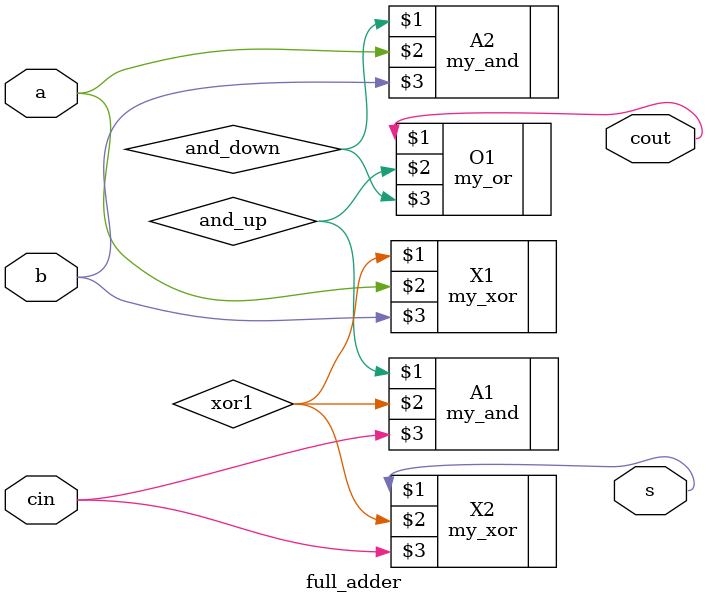
<source format=v>
module full_adder(s, cout, a, b, cin);

	input a;
	input b;
	input cin;

	output s;
	output cout;

	wire xor1;
	wire and_up;
	wire and_down;

	my_xor X1(xor1, a, b);
	my_xor X2(s, xor1, cin);

	my_and A1(and_up, xor1, cin);
	my_and A2(and_down, a, b);

	my_or O1(cout, and_up, and_down);
endmodule

</source>
